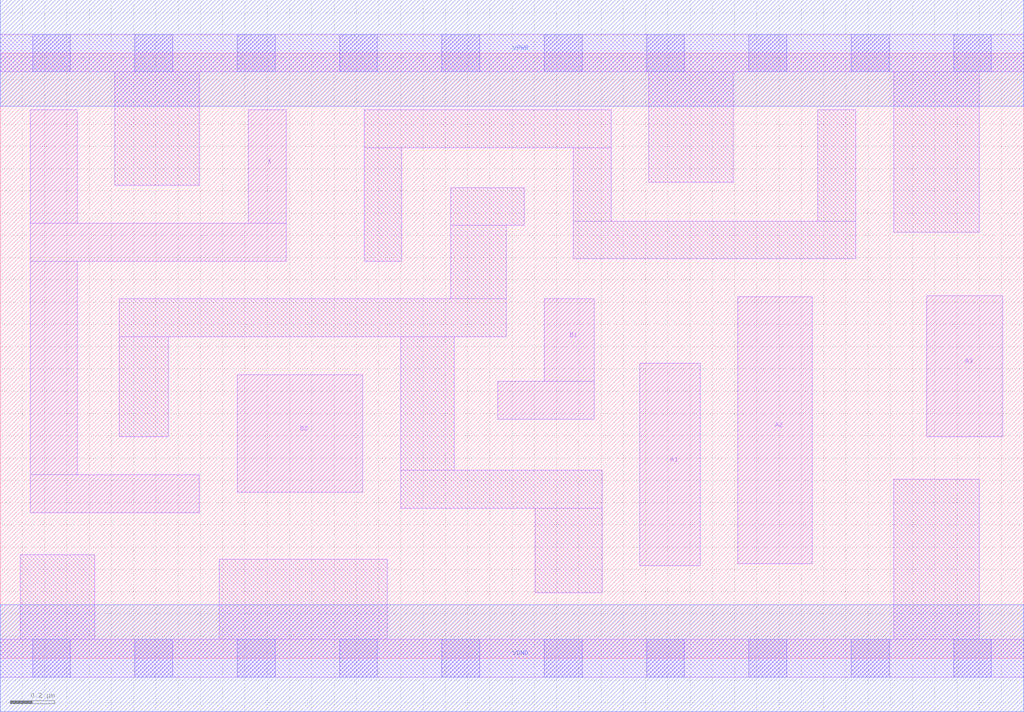
<source format=lef>
# Copyright 2020 The SkyWater PDK Authors
#
# Licensed under the Apache License, Version 2.0 (the "License");
# you may not use this file except in compliance with the License.
# You may obtain a copy of the License at
#
#     https://www.apache.org/licenses/LICENSE-2.0
#
# Unless required by applicable law or agreed to in writing, software
# distributed under the License is distributed on an "AS IS" BASIS,
# WITHOUT WARRANTIES OR CONDITIONS OF ANY KIND, either express or implied.
# See the License for the specific language governing permissions and
# limitations under the License.
#
# SPDX-License-Identifier: Apache-2.0

VERSION 5.7 ;
BUSBITCHARS "[]" ;
DIVIDERCHAR "/" ;
PROPERTYDEFINITIONS
  MACRO maskLayoutSubType STRING ;
  MACRO prCellType STRING ;
  MACRO originalViewName STRING ;
END PROPERTYDEFINITIONS
MACRO sky130_fd_sc_hdll__a32o_2
  ORIGIN  0.000000  0.000000 ;
  CLASS CORE ;
  SYMMETRY X Y R90 ;
  SIZE  4.600000 BY  2.720000 ;
  SITE unithd ;
  PIN A1
    ANTENNAGATEAREA  0.277500 ;
    DIRECTION INPUT ;
    USE SIGNAL ;
    PORT
      LAYER li1 ;
        RECT 2.875000 0.415000 3.145000 1.325000 ;
    END
  END A1
  PIN A2
    ANTENNAGATEAREA  0.277500 ;
    DIRECTION INPUT ;
    USE SIGNAL ;
    PORT
      LAYER li1 ;
        RECT 3.315000 0.425000 3.650000 1.625000 ;
    END
  END A2
  PIN A3
    ANTENNAGATEAREA  0.277500 ;
    DIRECTION INPUT ;
    USE SIGNAL ;
    PORT
      LAYER li1 ;
        RECT 4.165000 0.995000 4.505000 1.630000 ;
    END
  END A3
  PIN B1
    ANTENNAGATEAREA  0.277500 ;
    DIRECTION INPUT ;
    USE SIGNAL ;
    PORT
      LAYER li1 ;
        RECT 2.235000 1.075000 2.670000 1.245000 ;
        RECT 2.445000 1.245000 2.670000 1.615000 ;
    END
  END B1
  PIN B2
    ANTENNAGATEAREA  0.277500 ;
    DIRECTION INPUT ;
    USE SIGNAL ;
    PORT
      LAYER li1 ;
        RECT 1.065000 0.745000 1.630000 1.275000 ;
    END
  END B2
  PIN X
    ANTENNADIFFAREA  0.748000 ;
    DIRECTION OUTPUT ;
    USE SIGNAL ;
    PORT
      LAYER li1 ;
        RECT 0.135000 0.655000 0.895000 0.825000 ;
        RECT 0.135000 0.825000 0.345000 1.785000 ;
        RECT 0.135000 1.785000 1.285000 1.955000 ;
        RECT 0.135000 1.955000 0.345000 2.465000 ;
        RECT 1.115000 1.955000 1.285000 2.465000 ;
    END
  END X
  PIN VGND
    DIRECTION INOUT ;
    USE GROUND ;
    PORT
      LAYER met1 ;
        RECT 0.000000 -0.240000 4.600000 0.240000 ;
    END
  END VGND
  PIN VPWR
    DIRECTION INOUT ;
    USE POWER ;
    PORT
      LAYER met1 ;
        RECT 0.000000 2.480000 4.600000 2.960000 ;
    END
  END VPWR
  OBS
    LAYER li1 ;
      RECT 0.000000 -0.085000 4.600000 0.085000 ;
      RECT 0.000000  2.635000 4.600000 2.805000 ;
      RECT 0.090000  0.085000 0.425000 0.465000 ;
      RECT 0.515000  2.125000 0.895000 2.635000 ;
      RECT 0.535000  0.995000 0.755000 1.445000 ;
      RECT 0.535000  1.445000 2.275000 1.615000 ;
      RECT 0.985000  0.085000 1.740000 0.445000 ;
      RECT 1.635000  1.785000 1.805000 2.295000 ;
      RECT 1.635000  2.295000 2.745000 2.465000 ;
      RECT 1.800000  0.675000 2.705000 0.845000 ;
      RECT 1.800000  0.845000 2.040000 1.445000 ;
      RECT 2.025000  1.615000 2.275000 1.945000 ;
      RECT 2.025000  1.945000 2.355000 2.115000 ;
      RECT 2.405000  0.295000 2.705000 0.675000 ;
      RECT 2.575000  1.795000 3.845000 1.965000 ;
      RECT 2.575000  1.965000 2.745000 2.295000 ;
      RECT 2.915000  2.140000 3.295000 2.635000 ;
      RECT 3.675000  1.965000 3.845000 2.465000 ;
      RECT 4.015000  0.085000 4.400000 0.805000 ;
      RECT 4.015000  1.915000 4.400000 2.635000 ;
    LAYER mcon ;
      RECT 0.145000 -0.085000 0.315000 0.085000 ;
      RECT 0.145000  2.635000 0.315000 2.805000 ;
      RECT 0.605000 -0.085000 0.775000 0.085000 ;
      RECT 0.605000  2.635000 0.775000 2.805000 ;
      RECT 1.065000 -0.085000 1.235000 0.085000 ;
      RECT 1.065000  2.635000 1.235000 2.805000 ;
      RECT 1.525000 -0.085000 1.695000 0.085000 ;
      RECT 1.525000  2.635000 1.695000 2.805000 ;
      RECT 1.985000 -0.085000 2.155000 0.085000 ;
      RECT 1.985000  2.635000 2.155000 2.805000 ;
      RECT 2.445000 -0.085000 2.615000 0.085000 ;
      RECT 2.445000  2.635000 2.615000 2.805000 ;
      RECT 2.905000 -0.085000 3.075000 0.085000 ;
      RECT 2.905000  2.635000 3.075000 2.805000 ;
      RECT 3.365000 -0.085000 3.535000 0.085000 ;
      RECT 3.365000  2.635000 3.535000 2.805000 ;
      RECT 3.825000 -0.085000 3.995000 0.085000 ;
      RECT 3.825000  2.635000 3.995000 2.805000 ;
      RECT 4.285000 -0.085000 4.455000 0.085000 ;
      RECT 4.285000  2.635000 4.455000 2.805000 ;
  END
  PROPERTY maskLayoutSubType "abstract" ;
  PROPERTY prCellType "standard" ;
  PROPERTY originalViewName "layout" ;
END sky130_fd_sc_hdll__a32o_2

</source>
